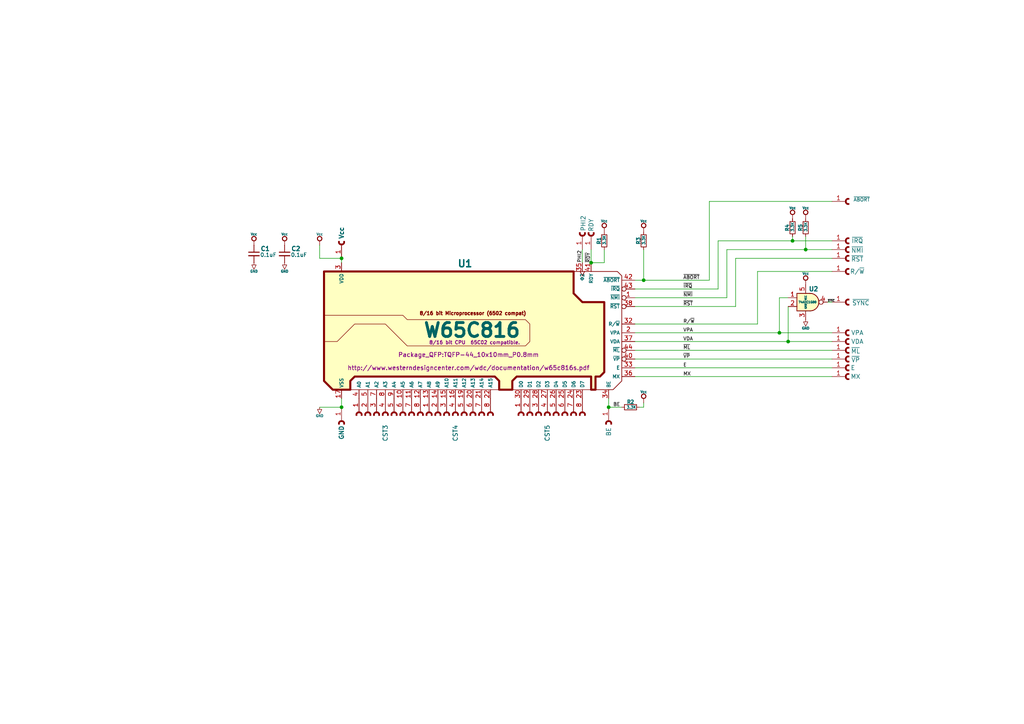
<source format=kicad_sch>
(kicad_sch (version 20250114) (generator "eeschema") (generator_version "9.0")
  (paper "A4")
  (title_block (title "CHIPz W65C816S Module") (date "2025-07-17") (rev "A") (comment 1 "©2025 Circuit Monkey") (comment 2 "MIT License"))
  (lib_symbols
    (symbol "CM_74xGxx_Symbols:74AHC1G00"
      (property "Reference" "U" (at -2.54 3.81 0))
      (property "Value" "74AHC1G00" (at 0 -3.81 0))
      (symbol "74AHC1G00_0_1"
        (arc (start 1.27 2.54) (mid 3.81 0) (end 1.27 -2.54) (stroke (width 0.254)) (fill (type background)))
        (polyline (pts (xy 1.27 -2.54) (xy -2.54 -2.54) (xy -2.54 2.54) (xy 1.27 2.54)) (stroke (width 0.254)) (fill (type background)))
      )
      (symbol "74AHC1G00_1_1"
        (pin input line (at -5.08 1.27 0) (length 2.54) (name "~") (number "1"))
        (pin input line (at -5.08 -1.27 0) (length 2.54) (name "~") (number "2"))
        (pin power_in line (at 0 5.08 270) (length 2.54) (name "VCC") (number "5"))
        (pin power_in line (at 0 -5.08 90) (length 2.54) (name "GND") (number "3"))
        (pin output inverted (at 6.35 0 180) (length 2.54) (name "~") (number "4"))
      )
    )
    (symbol "CM_Connector_Generic:cast-01" (in_bom no)
      (property "Reference" "CST" (at -5.08 0 0))
      (symbol "cast-01_1_1"
        (polyline (pts (xy -2.5 1) (xy -1.875 1) (xy -1.5 0.75) (xy -1.25 0.375) (xy -1.25 -0.375) (xy -1.5 -0.75) (xy -1.875 -1) (xy -2.5 -1) (xy -2.5 -0.5) (xy -2 -0.5) (xy -1.75 -0.25) (xy -1.75 0.25) (xy -2 0.5) (xy -2.5 0.5) (xy -2.5 1)) (stroke (width -0.0001) (color 194 0 0 1)) (fill (type color) (color 132 0 0 1)))
        (pin passive line (at 2.54 0 180) (length 3.81) (name "") (number "1"))
      )
    )
    (symbol "CM_Connector_Generic:cast-08" (in_bom no)
      (property "Reference" "CST" (at -5.08 0 0))
      (symbol "cast-08_1_1"
        (polyline (pts (xy -2.5 8.62) (xy -1.875 8.62) (xy -1.5 8.37) (xy -1.25 7.995) (xy -1.25 7.245) (xy -1.5 6.87) (xy -1.875 6.62) (xy -2.5 6.62) (xy -2.5 7.12) (xy -2 7.12) (xy -1.75 7.37) (xy -1.75 7.87) (xy -2 8.12) (xy -2.5 8.12) (xy -2.5 8.62)) (stroke (width -0.0001) (color 194 0 0 1)) (fill (type color) (color 132 0 0 1)))
        (polyline (pts (xy -2.5 6.08) (xy -1.875 6.08) (xy -1.5 5.83) (xy -1.25 5.455) (xy -1.25 4.705) (xy -1.5 4.33) (xy -1.875 4.08) (xy -2.5 4.08) (xy -2.5 4.58) (xy -2 4.58) (xy -1.75 4.83) (xy -1.75 5.33) (xy -2 5.58) (xy -2.5 5.58) (xy -2.5 6.08)) (stroke (width -0.0001) (color 194 0 0 1)) (fill (type color) (color 132 0 0 1)))
        (polyline (pts (xy -2.5 3.54) (xy -1.875 3.54) (xy -1.5 3.29) (xy -1.25 2.915) (xy -1.25 2.165) (xy -1.5 1.79) (xy -1.875 1.54) (xy -2.5 1.54) (xy -2.5 2.04) (xy -2 2.04) (xy -1.75 2.29) (xy -1.75 2.79) (xy -2 3.04) (xy -2.5 3.04) (xy -2.5 3.54)) (stroke (width -0.0001) (color 194 0 0 1)) (fill (type color) (color 132 0 0 1)))
        (polyline (pts (xy -2.5 1) (xy -1.875 1) (xy -1.5 0.75) (xy -1.25 0.375) (xy -1.25 -0.375) (xy -1.5 -0.75) (xy -1.875 -1) (xy -2.5 -1) (xy -2.5 -0.5) (xy -2 -0.5) (xy -1.75 -0.25) (xy -1.75 0.25) (xy -2 0.5) (xy -2.5 0.5) (xy -2.5 1)) (stroke (width -0.0001) (color 194 0 0 1)) (fill (type color) (color 132 0 0 1)))
        (polyline (pts (xy -2.5 -1.54) (xy -1.875 -1.54) (xy -1.5 -1.79) (xy -1.25 -2.165) (xy -1.25 -2.915) (xy -1.5 -3.29) (xy -1.875 -3.54) (xy -2.5 -3.54) (xy -2.5 -3.04) (xy -2 -3.04) (xy -1.75 -2.79) (xy -1.75 -2.29) (xy -2 -2.04) (xy -2.5 -2.04) (xy -2.5 -1.54)) (stroke (width -0.0001) (color 194 0 0 1)) (fill (type color) (color 132 0 0 1)))
        (polyline (pts (xy -2.5 -4.08) (xy -1.875 -4.08) (xy -1.5 -4.33) (xy -1.25 -4.705) (xy -1.25 -5.455) (xy -1.5 -5.83) (xy -1.875 -6.08) (xy -2.5 -6.08) (xy -2.5 -5.58) (xy -2 -5.58) (xy -1.75 -5.33) (xy -1.75 -4.83) (xy -2 -4.58) (xy -2.5 -4.58) (xy -2.5 -4.08)) (stroke (width -0.0001) (color 194 0 0 1)) (fill (type color) (color 132 0 0 1)))
        (polyline (pts (xy -2.5 -6.62) (xy -1.875 -6.62) (xy -1.5 -6.87) (xy -1.25 -7.245) (xy -1.25 -7.995) (xy -1.5 -8.37) (xy -1.875 -8.62) (xy -2.5 -8.62) (xy -2.5 -8.12) (xy -2 -8.12) (xy -1.75 -7.87) (xy -1.75 -7.37) (xy -2 -7.12) (xy -2.5 -7.12) (xy -2.5 -6.62)) (stroke (width -0.0001) (color 194 0 0 1)) (fill (type color) (color 132 0 0 1)))
        (polyline (pts (xy -2.5 -9.16) (xy -1.875 -9.16) (xy -1.5 -9.41) (xy -1.25 -9.785) (xy -1.25 -10.535) (xy -1.5 -10.91) (xy -1.875 -11.16) (xy -2.5 -11.16) (xy -2.5 -10.66) (xy -2 -10.66) (xy -1.75 -10.41) (xy -1.75 -9.91) (xy -2 -9.66) (xy -2.5 -9.66) (xy -2.5 -9.16)) (stroke (width -0.0001) (color 194 0 0 1)) (fill (type color) (color 132 0 0 1)))
        (pin passive line (at 2.54 7.62 180) (length 3.81) (name "") (number "1"))
        (pin passive line (at 2.54 5.08 180) (length 3.81) (name "") (number "2"))
        (pin passive line (at 2.54 2.54 180) (length 3.81) (name "") (number "3"))
        (pin passive line (at 2.54 0 180) (length 3.81) (name "") (number "4"))
        (pin passive line (at 2.54 -2.54 180) (length 3.81) (name "") (number "5"))
        (pin passive line (at 2.54 -5.08 180) (length 3.81) (name "") (number "6"))
        (pin passive line (at 2.54 -7.62 180) (length 3.81) (name "") (number "7"))
        (pin passive line (at 2.54 -10.16 180) (length 3.81) (name "") (number "8"))
      )
    )
    (symbol "CM_MicroController:65C816"
      (property "Reference" "U" (at -3.81 20.32 0))
      (property "Value" "W65C816" (at 0 0 0))
      (symbol "65C816_1_1"
        (polyline (pts (xy -44.45 5.08) (xy -21.59 5.08) (xy -20.32 3.81) (xy 13.97 3.81) (xy 15.24 2.54) (xy 15.24 -2.54) (xy 13.97 -3.81) (xy -20.32 -3.81) (xy -26.67 2.54) (xy -35.56 2.54) (xy -40.64 -2.54) (xy -44.45 -2.54) (xy -44.45 6.35)) (fill (type color) (color 255 255 255 1)))
        (polyline (pts (xy -36.83 -16.51) (xy 6.35 -16.51)))
        (polyline (pts (xy 10.16 -16.51) (xy 33.02 -16.51)))
        (polyline (pts (xy 25.4 17.78) (xy 40.64 17.78) (xy 41.91 16.51) (xy 41.91 -13.97) (xy 39.37 -16.51) (xy 34.29 -16.51)) (stroke (width 0.2)))
        (polyline (pts (xy 27.94 11.43) (xy 30.48 8.89) (xy 36.83 8.89) (xy 36.83 -11.43) (xy 35.56 -12.7) (xy 34.29 -12.7) (xy 34.29 -16.51) (xy 33.02 -16.51) (xy 33.02 -12.7) (xy 11.43 -12.7) (xy 10.16 -13.97) (xy 10.16 -16.51) (xy 6.35 -16.51) (xy 6.35 -13.97) (xy 5.08 -12.7) (xy -35.56 -12.7) (xy -36.83 -13.97) (xy -36.83 -16.51) (xy -41.91 -16.51) (xy -44.45 -13.97) (xy -44.45 17.78) (xy 27.94 17.78) (xy 27.94 11.43)) (stroke (width 0.6)) (fill (type background)))
        (text "8/16 bit Microprocessor (6502 compat)" (at -1.27 5.08 0) (effects (font (size 1 1) (thickness 0.25)) (justify bottom)))
        (pin power_in line (at -39.37 20.32 270) (length 2.54) (name "VDD") (number "3"))
        (pin power_in line (at -39.37 20.32 270) (length 2.54) (hide yes) (name "VDD2") (number "31"))
        (pin power_in line (at -39.37 -19.05 90) (length 2.54) (name "VSS") (number "17"))
        (pin power_in line (at -39.37 -19.05 90) (length 2.54) (hide yes) (name "VSS2") (number "18"))
        (pin power_in line (at -39.37 -19.05 90) (length 2.54) (hide yes) (name "VSS3") (number "39"))
        (pin bidirectional line (at -34.29 -19.05 90) (length 2.54) (name "A0") (number "4"))
        (pin bidirectional line (at -31.75 -19.05 90) (length 2.54) (name "A1") (number "5"))
        (pin bidirectional line (at -29.21 -19.05 90) (length 2.54) (name "A2") (number "7"))
        (pin bidirectional line (at -26.67 -19.05 90) (length 2.54) (name "A3") (number "8"))
        (pin bidirectional line (at -24.13 -19.05 90) (length 2.54) (name "A4") (number "9"))
        (pin bidirectional line (at -21.59 -19.05 90) (length 2.54) (name "A5") (number "10"))
        (pin bidirectional line (at -19.05 -19.05 90) (length 2.54) (name "A6") (number "11"))
        (pin bidirectional line (at -16.51 -19.05 90) (length 2.54) (name "A7") (number "12"))
        (pin bidirectional line (at -13.97 -19.05 90) (length 2.54) (name "A8") (number "13"))
        (pin bidirectional line (at -11.43 -19.05 90) (length 2.54) (name "A9") (number "14"))
        (pin bidirectional line (at -8.89 -19.05 90) (length 2.54) (name "A10") (number "15"))
        (pin bidirectional line (at -6.35 -19.05 90) (length 2.54) (name "A11") (number "16"))
        (pin bidirectional line (at -3.81 -19.05 90) (length 2.54) (name "A12") (number "19"))
        (pin bidirectional line (at -1.27 -19.05 90) (length 2.54) (name "A13") (number "20"))
        (pin bidirectional line (at 1.27 -19.05 90) (length 2.54) (name "A14") (number "21"))
        (pin bidirectional line (at 3.81 -19.05 90) (length 2.54) (name "A15") (number "22"))
        (pin bidirectional line (at 12.7 -19.05 90) (length 2.54) (name "D0") (number "30"))
        (pin bidirectional line (at 15.24 -19.05 90) (length 2.54) (name "D1") (number "29"))
        (pin bidirectional line (at 17.78 -19.05 90) (length 2.54) (name "D2") (number "28"))
        (pin bidirectional line (at 20.32 -19.05 90) (length 2.54) (name "D3") (number "27"))
        (pin bidirectional line (at 22.86 -19.05 90) (length 2.54) (name "D4") (number "26"))
        (pin bidirectional line (at 25.4 -19.05 90) (length 2.54) (name "D5") (number "25"))
        (pin bidirectional line (at 27.94 -19.05 90) (length 2.54) (name "D6") (number "24"))
        (pin input clock (at 30.48 20.32 270) (length 2.54) (name "Φ2") (number "35"))
        (pin bidirectional line (at 30.48 -19.05 90) (length 2.54) (name "D7") (number "23"))
        (pin bidirectional line (at 33.02 20.32 270) (length 2.54) (name "RDY") (number "41"))
        (pin input line (at 38.1 -19.05 90) (length 2.54) (name "BE") (number "34"))
        (pin input inverted (at 45.7 7.62 180) (length 3.81) (name "~{RST}") (number "38"))
        (pin input line (at 45.72 15.24 180) (length 3.81) (name "~{ABORT}") (number "42"))
        (pin input inverted (at 45.72 12.7 180) (length 3.81) (name "~{IRQ}") (number "43"))
        (pin input inverted (at 45.72 10.16 180) (length 3.81) (name "~{NMI}") (number "1"))
        (pin output line (at 45.72 2.54 180) (length 3.81) (name "R/~{W}") (number "32"))
        (pin output line (at 45.72 0 180) (length 3.81) (name "VPA") (number "2"))
        (pin output line (at 45.72 -2.54 180) (length 3.81) (name "VDA") (number "37"))
        (pin output inverted (at 45.72 -5.08 180) (length 3.81) (name "~{ML}") (number "44"))
        (pin output inverted (at 45.72 -7.62 180) (length 3.81) (name "~{VP}") (number "40"))
        (pin output line (at 45.72 -10.16 180) (length 3.81) (name "E") (number "33"))
        (pin output line (at 45.72 -12.7 180) (length 3.81) (name "MX") (number "36"))
      )
    )
    (symbol "CM_power:GND" (power) (pin_numbers (hide yes)) (pin_names (offset 0) (hide yes))
      (property "Value" "GND" (at 0 -2.1 0))
      (symbol "GND_0_1"
        (polyline (pts (xy 0 0) (xy 0 -0.635) (xy 0.635 -0.635) (xy 0 -1.905) (xy -0.635 -0.635) (xy 0 -0.635)))
      )
      (symbol "GND_1_1"
        (pin power_in line (at 0 0 270) (length 0) (name "~") (number "1"))
      )
    )
    (symbol "CM_power:VCC" (power) (pin_numbers (hide yes)) (pin_names (offset 0) (hide yes))
      (property "Value" "VCC" (at 0 2.794 0))
      (symbol "VCC_0_1"
        (polyline (pts (xy 0 0) (xy 0 1.27)))
      )
      (symbol "VCC_1_1"
        (circle (center 0 1.905) (radius 0.635) (stroke (width 0.3)))
        (pin power_in line (at 0 0 90) (length 0) (name "~") (number "1"))
      )
    )
    (symbol "Device:C_Small" (pin_numbers (hide yes)) (pin_names (offset 0.254) (hide yes))
      (property "Reference" "C" (at 0.254 1.778 0))
      (property "Value" "C_Small" (at 0.254 -2.032 0))
      (symbol "C_Small_0_1"
        (polyline (pts (xy -1.524 0.508) (xy 1.524 0.508)) (stroke (width 0.3048)))
        (polyline (pts (xy -1.524 -0.508) (xy 1.524 -0.508)) (stroke (width 0.3302)))
      )
      (symbol "C_Small_1_1"
        (pin passive line (at 0 2.54 270) (length 2.032) (name "~") (number "1"))
        (pin passive line (at 0 -2.54 90) (length 2.032) (name "~") (number "2"))
      )
    )
    (symbol "Device:R_Small" (pin_numbers (hide yes)) (pin_names (offset 0.254) (hide yes))
      (property "Reference" "R" (at 0 0 90))
      (property "Value" "R_Small" (at 1.778 0 90))
      (symbol "R_Small_0_1"
        (rectangle (start -0.762 1.778) (end 0.762 -1.778) (stroke (width 0.2032)))
      )
      (symbol "R_Small_1_1"
        (pin passive line (at 0 2.54 270) (length 0.762) (name "~") (number "1"))
        (pin passive line (at 0 -2.54 90) (length 0.762) (name "~") (number "2"))
      )
    )
  )
  (junction (at 233.68 72.39))
  (junction (at 99.06 74.93))
  (junction (at 226.06 96.52))
  (junction (at 186.69 81.28))
  (junction (at 176.53 118.11))
  (junction (at 228.6 99.06))
  (junction (at 171.45 76.2))
  (junction (at 99.06 118.11))
  (junction (at 229.87 69.85))
  (wire (pts (xy 205.74 58.42) (xy 205.74 81.28)))
  (wire (pts (xy 184.15 96.52) (xy 226.06 96.52)))
  (wire (pts (xy 186.69 116.84) (xy 186.69 118.11)))
  (wire (pts (xy 186.69 72.39) (xy 186.69 81.28)))
  (wire (pts (xy 184.15 83.82) (xy 208.28 83.82)))
  (wire (pts (xy 226.06 86.36) (xy 228.6 86.36)))
  (wire (pts (xy 233.68 68.58) (xy 233.68 72.39)))
  (wire (pts (xy 241.3 78.74) (xy 219.71 78.74)))
  (wire (pts (xy 186.69 81.28) (xy 205.74 81.28)))
  (wire (pts (xy 184.15 109.22) (xy 241.3 109.22)))
  (wire (pts (xy 171.45 72.39) (xy 171.45 76.2)))
  (wire (pts (xy 99.06 74.93) (xy 92.71 74.93)))
  (wire (pts (xy 233.68 72.39) (xy 210.82 72.39)))
  (wire (pts (xy 184.15 104.14) (xy 241.3 104.14)))
  (wire (pts (xy 240.03 87.63) (xy 241.3 87.63)))
  (wire (pts (xy 241.3 99.06) (xy 228.6 99.06)))
  (wire (pts (xy 184.15 88.9) (xy 213.36 88.9)))
  (wire (pts (xy 176.53 118.11) (xy 180.34 118.11)))
  (wire (pts (xy 241.3 72.39) (xy 233.68 72.39)))
  (wire (pts (xy 219.71 93.98) (xy 184.15 93.98)))
  (wire (pts (xy 228.6 99.06) (xy 228.6 88.9)))
  (wire (pts (xy 99.06 115.57) (xy 99.06 118.11)))
  (wire (pts (xy 168.91 72.39) (xy 168.91 76.2)))
  (wire (pts (xy 184.15 86.36) (xy 210.82 86.36)))
  (wire (pts (xy 99.06 74.93) (xy 99.06 76.2)))
  (wire (pts (xy 229.87 68.58) (xy 229.87 69.85)))
  (wire (pts (xy 184.15 99.06) (xy 228.6 99.06)))
  (wire (pts (xy 185.42 118.11) (xy 186.69 118.11)))
  (wire (pts (xy 184.15 106.68) (xy 241.3 106.68)))
  (wire (pts (xy 226.06 86.36) (xy 226.06 96.52)))
  (wire (pts (xy 92.71 118.11) (xy 99.06 118.11)))
  (wire (pts (xy 184.15 81.28) (xy 186.69 81.28)))
  (wire (pts (xy 210.82 72.39) (xy 210.82 86.36)))
  (wire (pts (xy 241.3 58.42) (xy 205.74 58.42)))
  (wire (pts (xy 208.28 69.85) (xy 229.87 69.85)))
  (wire (pts (xy 208.28 83.82) (xy 208.28 69.85)))
  (wire (pts (xy 229.87 69.85) (xy 241.3 69.85)))
  (wire (pts (xy 171.45 76.2) (xy 175.26 76.2)))
  (wire (pts (xy 92.71 71.12) (xy 92.71 74.93)))
  (wire (pts (xy 175.26 72.39) (xy 175.26 76.2)))
  (wire (pts (xy 213.36 74.93) (xy 241.3 74.93)))
  (wire (pts (xy 184.15 101.6) (xy 241.3 101.6)))
  (wire (pts (xy 213.36 88.9) (xy 213.36 74.93)))
  (wire (pts (xy 176.53 115.57) (xy 176.53 118.11)))
  (wire (pts (xy 241.3 96.52) (xy 226.06 96.52)))
  (wire (pts (xy 219.71 78.74) (xy 219.71 93.98)))
  (label "~{NMI}" (at 198.12 86.36 0) (effects (font (size 1 1))))
  (label "~{RDY}" (at 171.45 76.2 90) (effects (font (size 1 1))))
  (label "~{RST}" (at 198.12 88.9 0) (effects (font (size 1 1))))
  (label "~{ABORT}" (at 198.12 81.28 0) (effects (font (size 1 1))))
  (label "~{ML}" (at 198.12 101.6 0) (effects (font (size 1 1))))
  (label "R{slash}~{W}" (at 198.12 93.98 0) (effects (font (size 1 1))))
  (label "VDA" (at 198.12 99.06 0) (effects (font (size 1 1))))
  (label "PHI2" (at 168.91 76.2 90) (effects (font (size 1 1))))
  (label "~{SYNC}" (at 240.03 87.63 0) (effects (font (size 0.5 0.5))))
  (label "BE" (at 177.8 118.11 0) (effects (font (size 1 1))))
  (label "E" (at 198.12 106.68 0) (effects (font (size 1 1))))
  (label "~{VP}" (at 198.12 104.14 0) (effects (font (size 1 1))))
  (label "~{IRQ}" (at 198.12 83.82 0) (effects (font (size 1 1))))
  (label "MX" (at 198.12 109.22 0) (effects (font (size 1 1))))
  (label "VPA" (at 198.12 96.52 0) (effects (font (size 1 1))))
  (symbol (lib_id "CM_Connector_Generic:cast-01") (at 168.91 69.85 270) (unit 1) (in_bom no)
    (property "Reference" "CST6" (effects (hide yes)))
    (property "Value" "PHI2" (at 169.164 64.77 0))
    (property "Footprint" "CM_Connector_Castelated:cast-2.0-01P" (effects (hide yes)))
    (property "Description" "Castelated PCB Edge - 2.0mm - 1P" (effects (hide yes)))
  )
  (symbol (lib_id "Device:C_Small") (at 73.66 73.66 0) (unit 1)
    (property "Reference" "C1" (at 75.438 72.136 0) (effects (font (thickness 0.254) (bold yes)) (justify left)))
    (property "Value" "0.1uF" (at 75.438 73.914 0) (effects (font (size 1.1 1.1)) (justify left)))
    (property "Footprint" "Capacitor_SMD:C_0603_1608Metric" (effects (hide yes)))
    (property "Description" "Unpolarized capacitor, small symbol" (effects (hide yes)))
  )
  (symbol (lib_id "CM_power:VCC") (at 73.66 71.12 0) (unit 1)
    (property "Reference" "#PWR04" (effects (hide yes)))
    (property "Value" "Vcc" (at 73.66 68.326 0) (effects (font (size 0.7 0.7)) (justify bottom)))
    (property "Description" "Power symbol creates a global label with name \"VCC\"" (effects (hide yes)))
  )
  (symbol (lib_id "Device:R_Small") (at 186.69 69.85 180) (unit 1)
    (property "Reference" "R3" (at 185.166 69.85 90) (effects (font (size 1.016 1.016) (thickness 0.2032) (bold yes))))
    (property "Value" "3.3K" (at 186.69 69.596 90) (effects (font (size 0.8 0.8))))
    (property "Footprint" "Resistor_SMD:R_0603_1608Metric" (effects (hide yes)))
    (property "Description" "Resistor, small symbol" (effects (hide yes)))
  )
  (symbol (lib_id "CM_power:GND") (at 92.71 118.11 0) (unit 1)
    (property "Reference" "#PWR02" (effects (hide yes)))
    (property "Value" "GND" (at 92.71 120.21 0) (effects (font (size 0.7 0.7)) (justify top)))
    (property "Description" "Power symbol creates a global label with name \"GND\" , ground" (effects (hide yes)))
  )
  (symbol (lib_id "CM_power:VCC") (at 233.68 82.55 0) (unit 1)
    (property "Reference" "#PWR09" (effects (hide yes)))
    (property "Value" "Vcc" (at 233.68 79.756 0) (effects (font (size 0.7 0.7)) (justify bottom)))
    (property "Description" "Power symbol creates a global label with name \"VCC\"" (effects (hide yes)))
  )
  (symbol (lib_id "CM_power:VCC") (at 233.68 63.5 0) (unit 1)
    (property "Reference" "#PWR05" (effects (hide yes)))
    (property "Value" "Vcc" (at 233.68 60.706 0) (effects (font (size 0.7 0.7)) (justify bottom)))
    (property "Description" "Power symbol creates a global label with name \"VCC\"" (effects (hide yes)))
  )
  (symbol (lib_id "CM_Connector_Generic:cast-01") (at 243.84 74.93 180) (unit 1) (in_bom no)
    (property "Reference" "CST12" (effects (hide yes)))
    (property "Value" "~{RST}" (at 248.666 75.184 0))
    (property "Footprint" "CM_Connector_Castelated:cast-2.0-01P" (effects (hide yes)))
    (property "Description" "Castelated PCB Edge - 2.0mm - 1P" (effects (hide yes)))
  )
  (symbol (lib_id "CM_power:VCC") (at 186.69 67.31 0) (unit 1)
    (property "Reference" "#PWR013" (effects (hide yes)))
    (property "Value" "Vcc" (at 186.69 64.516 0) (effects (font (size 0.7 0.7)) (justify bottom)))
    (property "Description" "Power symbol creates a global label with name \"VCC\"" (effects (hide yes)))
  )
  (symbol (lib_id "CM_Connector_Generic:cast-01") (at 243.84 101.6 180) (unit 1) (in_bom no)
    (property "Reference" "CST16" (effects (hide yes)))
    (property "Value" "~{ML}" (at 248.158 101.854 0))
    (property "Footprint" "CM_Connector_Castelated:cast-2.0-01P" (effects (hide yes)))
    (property "Description" "Castelated PCB Edge - 2.0mm - 1P" (effects (hide yes)))
  )
  (symbol (lib_id "CM_Connector_Generic:cast-01") (at 243.84 104.14 180) (unit 1) (in_bom no)
    (property "Reference" "CST17" (effects (hide yes)))
    (property "Value" "~{VP}" (at 248.158 104.394 0))
    (property "Footprint" "CM_Connector_Castelated:cast-2.0-01P" (effects (hide yes)))
    (property "Description" "Castelated PCB Edge - 2.0mm - 1P" (effects (hide yes)))
  )
  (symbol (lib_id "CM_Connector_Generic:cast-01") (at 99.06 72.39 270) (unit 1) (in_bom no)
    (property "Reference" "CST1" (effects (hide yes)))
    (property "Value" "Vcc" (at 99.06 67.564 0) (effects (font (thickness 0.254) (bold yes))))
    (property "Footprint" "CM_Connector_Castelated:cast-2.0-01P" (effects (hide yes)))
    (property "Description" "Castelated PCB Edge - 2.0mm - 1P" (effects (hide yes)))
  )
  (symbol (lib_id "CM_Connector_Generic:cast-01") (at 99.06 120.65 90) (unit 1) (in_bom no)
    (property "Reference" "CST2" (effects (hide yes)))
    (property "Value" "GND" (at 99.06 125.476 0) (effects (font (thickness 0.254) (bold yes))))
    (property "Footprint" "CM_Connector_Castelated:cast-2.0-01P" (effects (hide yes)))
    (property "Description" "Castelated PCB Edge - 2.0mm - 1P" (effects (hide yes)))
  )
  (symbol (lib_id "CM_MicroController:65C816") (at 138.43 96.52 0) (unit 1)
    (property "Reference" "U1" (at 134.874 76.454 0) (effects (font (size 2 2) (thickness 0.4) (bold yes))))
    (property "Value" "W65C816" (at 136.906 95.758 0) (effects (font (size 4 4) (thickness 0.8) (bold yes))))
    (property "Footprint" "Package_QFP:TQFP-44_10x10mm_P0.8mm" (at 135.89 102.87 0))
    (property "Datasheet" "http://www.westerndesigncenter.com/wdc/documentation/w65c816s.pdf" (at 135.89 106.68 0))
    (property "Description" "8/16 bit CPU  65C02 compatible." (at 137.668 99.314 0) (effects (font (size 1 1))))
  )
  (symbol (lib_id "CM_Connector_Generic:cast-08") (at 132.08 118.11 90) (unit 1) (in_bom no)
    (property "Reference" "CST4" (at 132.08 123.19 0) (effects (justify right)))
    (property "Footprint" "CM_Connector_Castelated:cast-2.0-08P" (effects (hide yes)))
    (property "Description" "Castelated PCB Edge - 2mm Pitch - 8 Pins" (effects (hide yes)))
  )
  (symbol (lib_id "CM_Connector_Generic:cast-01") (at 176.53 120.65 90) (unit 1) (in_bom no)
    (property "Reference" "CST8" (effects (hide yes)))
    (property "Value" "BE" (at 176.53 125.222 0))
    (property "Footprint" "CM_Connector_Castelated:cast-2.0-01P" (effects (hide yes)))
    (property "Description" "Castelated PCB Edge - 2.0mm - 1P" (effects (hide yes)))
  )
  (symbol (lib_id "Device:C_Small") (at 82.55 73.66 0) (unit 1)
    (property "Reference" "C2" (at 84.328 72.136 0) (effects (font (thickness 0.254) (bold yes)) (justify left)))
    (property "Value" "0.1uF" (at 84.328 73.914 0) (effects (font (size 1.1 1.1)) (justify left)))
    (property "Footprint" "Capacitor_SMD:C_0603_1608Metric" (effects (hide yes)))
    (property "Description" "Unpolarized capacitor, small symbol" (effects (hide yes)))
  )
  (symbol (lib_id "CM_power:GND") (at 233.68 92.71 0) (unit 1)
    (property "Reference" "#PWR08" (effects (hide yes)))
    (property "Value" "GND" (at 233.68 94.81 0) (effects (font (size 0.7 0.7)) (justify top)))
    (property "Description" "Power symbol creates a global label with name \"GND\" , ground" (effects (hide yes)))
  )
  (symbol (lib_id "CM_power:VCC") (at 229.87 63.5 0) (unit 1)
    (property "Reference" "#PWR011" (effects (hide yes)))
    (property "Value" "Vcc" (at 229.87 60.706 0) (effects (font (size 0.7 0.7)) (justify bottom)))
    (property "Description" "Power symbol creates a global label with name \"VCC\"" (effects (hide yes)))
  )
  (symbol (lib_id "CM_Connector_Generic:cast-01") (at 243.84 99.06 180) (unit 1) (in_bom no)
    (property "Reference" "CST15" (effects (hide yes)))
    (property "Value" "VDA" (at 248.666 99.06 0))
    (property "Footprint" "CM_Connector_Castelated:cast-2.0-01P" (effects (hide yes)))
    (property "Description" "Castelated PCB Edge - 2.0mm - 1P" (effects (hide yes)))
  )
  (symbol (lib_id "CM_Connector_Generic:cast-01") (at 243.84 106.68 180) (unit 1) (in_bom no)
    (property "Reference" "CST18" (effects (hide yes)))
    (property "Value" "E" (at 247.396 106.68 0))
    (property "Footprint" "CM_Connector_Castelated:cast-2.0-01P" (effects (hide yes)))
    (property "Description" "Castelated PCB Edge - 2.0mm - 1P" (effects (hide yes)))
  )
  (symbol (lib_id "CM_Connector_Generic:cast-01") (at 243.84 78.74 180) (unit 1) (in_bom no)
    (property "Reference" "CST13" (effects (hide yes)))
    (property "Value" "R/~{W}" (at 248.666 78.74 0))
    (property "Footprint" "CM_Connector_Castelated:cast-2.0-01P" (effects (hide yes)))
    (property "Description" "Castelated PCB Edge - 2.0mm - 1P" (effects (hide yes)))
  )
  (symbol (lib_id "Device:R_Small") (at 233.68 66.04 180) (unit 1)
    (property "Reference" "R5" (at 232.156 66.04 90) (effects (font (size 1.016 1.016) (thickness 0.2032) (bold yes))))
    (property "Value" "3.3K" (at 233.68 65.786 90) (effects (font (size 0.8 0.8))))
    (property "Footprint" "Resistor_SMD:R_0603_1608Metric" (effects (hide yes)))
    (property "Description" "Resistor, small symbol" (effects (hide yes)))
  )
  (symbol (lib_id "CM_power:VCC") (at 175.26 67.31 0) (unit 1)
    (property "Reference" "#PWR012" (effects (hide yes)))
    (property "Value" "Vcc" (at 175.26 64.516 0) (effects (font (size 0.7 0.7)) (justify bottom)))
    (property "Description" "Power symbol creates a global label with name \"VCC\"" (effects (hide yes)))
  )
  (symbol (lib_id "CM_Connector_Generic:cast-01") (at 243.84 109.22 180) (unit 1) (in_bom no)
    (property "Reference" "CST19" (effects (hide yes)))
    (property "Value" "MX" (at 248.158 109.22 0))
    (property "Footprint" "CM_Connector_Castelated:cast-2.0-01P" (effects (hide yes)))
    (property "Description" "Castelated PCB Edge - 2.0mm - 1P" (effects (hide yes)))
  )
  (symbol (lib_id "CM_power:VCC") (at 82.55 71.12 0) (unit 1)
    (property "Reference" "#PWR03" (effects (hide yes)))
    (property "Value" "Vcc" (at 82.55 68.326 0) (effects (font (size 0.7 0.7)) (justify bottom)))
    (property "Description" "Power symbol creates a global label with name \"VCC\"" (effects (hide yes)))
  )
  (symbol (lib_id "CM_power:GND") (at 73.66 76.2 0) (unit 1)
    (property "Reference" "#PWR01" (effects (hide yes)))
    (property "Value" "GND" (at 73.66 78.3 0) (effects (font (size 0.7 0.7)) (justify top)))
    (property "Description" "Power symbol creates a global label with name \"GND\" , ground" (effects (hide yes)))
  )
  (symbol (lib_id "CM_power:GND") (at 82.55 76.2 0) (unit 1)
    (property "Reference" "#PWR06" (effects (hide yes)))
    (property "Value" "GND" (at 82.55 78.3 0) (effects (font (size 0.7 0.7)) (justify top)))
    (property "Description" "Power symbol creates a global label with name \"GND\" , ground" (effects (hide yes)))
  )
  (symbol (lib_id "CM_Connector_Generic:cast-01") (at 243.84 96.52 180) (unit 1) (in_bom no)
    (property "Reference" "VPA1" (effects (hide yes)))
    (property "Value" "VPA" (at 248.666 96.52 0))
    (property "Footprint" "CM_Connector_Castelated:cast-2.0-01P" (effects (hide yes)))
    (property "Description" "Castelated PCB Edge - 2.0mm - 1P" (effects (hide yes)))
  )
  (symbol (lib_id "CM_Connector_Generic:cast-08") (at 158.75 118.11 90) (unit 1) (in_bom no)
    (property "Reference" "CST5" (at 158.75 123.19 0) (effects (justify right)))
    (property "Footprint" "CM_Connector_Castelated:cast-2.0-08P" (effects (hide yes)))
    (property "Description" "Castelated PCB Edge - 2mm Pitch - 8 Pins" (effects (hide yes)))
  )
  (symbol (lib_id "CM_power:VCC") (at 92.71 71.12 0) (unit 1)
    (property "Reference" "#PWR010" (effects (hide yes)))
    (property "Value" "Vcc" (at 92.71 68.326 0) (effects (font (size 0.7 0.7)) (justify bottom)))
    (property "Description" "Power symbol creates a global label with name \"VCC\"" (effects (hide yes)))
  )
  (symbol (lib_id "Device:R_Small") (at 182.88 118.11 90) (unit 1)
    (property "Reference" "R2" (at 182.88 116.586 90) (effects (font (size 1.016 1.016) (thickness 0.2032) (bold yes))))
    (property "Value" "3.3K" (at 183.134 118.11 90) (effects (font (size 0.8 0.8))))
    (property "Footprint" "Resistor_SMD:R_0603_1608Metric" (effects (hide yes)))
    (property "Description" "Resistor, small symbol" (effects (hide yes)))
  )
  (symbol (lib_id "Device:R_Small") (at 229.87 66.04 180) (unit 1)
    (property "Reference" "R4" (at 228.346 66.04 90) (effects (font (size 1.016 1.016) (thickness 0.2032) (bold yes))))
    (property "Value" "3.3K" (at 229.87 65.786 90) (effects (font (size 0.8 0.8))))
    (property "Footprint" "Resistor_SMD:R_0603_1608Metric" (effects (hide yes)))
    (property "Description" "Resistor, small symbol" (effects (hide yes)))
  )
  (symbol (lib_id "CM_Connector_Generic:cast-01") (at 171.45 69.85 270) (unit 1) (in_bom no)
    (property "Reference" "CST7" (effects (hide yes)))
    (property "Value" "RDY" (at 171.45 65.278 0))
    (property "Footprint" "CM_Connector_Castelated:cast-2.0-01P" (effects (hide yes)))
    (property "Description" "Castelated PCB Edge - 2.0mm - 1P" (effects (hide yes)))
  )
  (symbol (lib_id "CM_Connector_Generic:cast-01") (at 243.84 58.42 180) (unit 1) (in_bom no)
    (property "Reference" "CST9" (effects (hide yes)))
    (property "Value" "~{ABORT}" (at 249.936 57.912 0) (effects (font (size 1 1))))
    (property "Footprint" "CM_Connector_Castelated:cast-2.0-01P" (effects (hide yes)))
    (property "Description" "Castelated PCB Edge - 2.0mm - 1P" (effects (hide yes)))
  )
  (symbol (lib_id "CM_Connector_Generic:cast-01") (at 243.84 72.39 180) (unit 1) (in_bom no)
    (property "Reference" "CST10" (effects (hide yes)))
    (property "Value" "~{NMI}" (at 248.666 72.644 0))
    (property "Footprint" "CM_Connector_Castelated:cast-2.0-01P" (effects (hide yes)))
    (property "Description" "Castelated PCB Edge - 2.0mm - 1P" (effects (hide yes)))
  )
  (symbol (lib_id "CM_74xGxx_Symbols:74AHC1G00") (at 233.68 87.63 0) (unit 1)
    (property "Reference" "U2" (at 235.966 83.82 0) (effects (font (thickness 0.254) (bold yes))))
    (property "Value" "74AHC1G00" (at 234.188 87.63 0) (effects (font (size 0.6 0.6))))
    (property "Footprint" "Package_TO_SOT_SMD:SOT-353_SC-70-5" (effects (hide yes)))
    (property "Datasheet" "http://www.ti.com/lit/sg/scyt129e/scyt129e.pdf" (effects (hide yes)))
    (property "Description" "Single NAND Gate, Low-Voltage CMOS" (effects (hide yes)))
    (property "MPN" "MC74HC1G00DFT1G" (effects (hide yes)))
  )
  (symbol (lib_id "CM_Connector_Generic:cast-08") (at 111.76 118.11 90) (unit 1) (in_bom no)
    (property "Reference" "CST3" (at 111.76 123.19 0) (effects (justify right)))
    (property "Footprint" "CM_Connector_Castelated:cast-2.0-08P" (effects (hide yes)))
    (property "Description" "Castelated PCB Edge - 2mm Pitch - 8 Pins" (effects (hide yes)))
  )
  (symbol (lib_id "CM_Connector_Generic:cast-01") (at 243.84 69.85 180) (unit 1) (in_bom no)
    (property "Reference" "CST11" (effects (hide yes)))
    (property "Value" "~{IRQ}" (at 248.666 69.85 0))
    (property "Footprint" "CM_Connector_Castelated:cast-2.0-01P" (effects (hide yes)))
    (property "Description" "Castelated PCB Edge - 2.0mm - 1P" (effects (hide yes)))
  )
  (symbol (lib_id "CM_power:VCC") (at 186.69 116.84 0) (unit 1)
    (property "Reference" "#PWR07" (effects (hide yes)))
    (property "Value" "Vcc" (at 186.69 114.046 0) (effects (font (size 0.7 0.7)) (justify bottom)))
    (property "Description" "Power symbol creates a global label with name \"VCC\"" (effects (hide yes)))
  )
  (symbol (lib_id "Device:R_Small") (at 175.26 69.85 180) (unit 1)
    (property "Reference" "R1" (at 173.736 69.85 90) (effects (font (size 1.016 1.016) (thickness 0.2032) (bold yes))))
    (property "Value" "3.3K" (at 175.26 69.596 90) (effects (font (size 0.8 0.8))))
    (property "Footprint" "Resistor_SMD:R_0603_1608Metric" (effects (hide yes)))
    (property "Description" "Resistor, small symbol" (effects (hide yes)))
  )
  (symbol (lib_id "CM_Connector_Generic:cast-01") (at 243.84 87.63 180) (unit 1) (in_bom no)
    (property "Reference" "CST14" (effects (hide yes)))
    (property "Value" "~{SYNC}" (at 249.682 87.884 0))
    (property "Footprint" "CM_Connector_Castelated:cast-2.0-01P" (effects (hide yes)))
    (property "Description" "Castelated PCB Edge - 2.0mm - 1P" (effects (hide yes)))
  )
)
</source>
